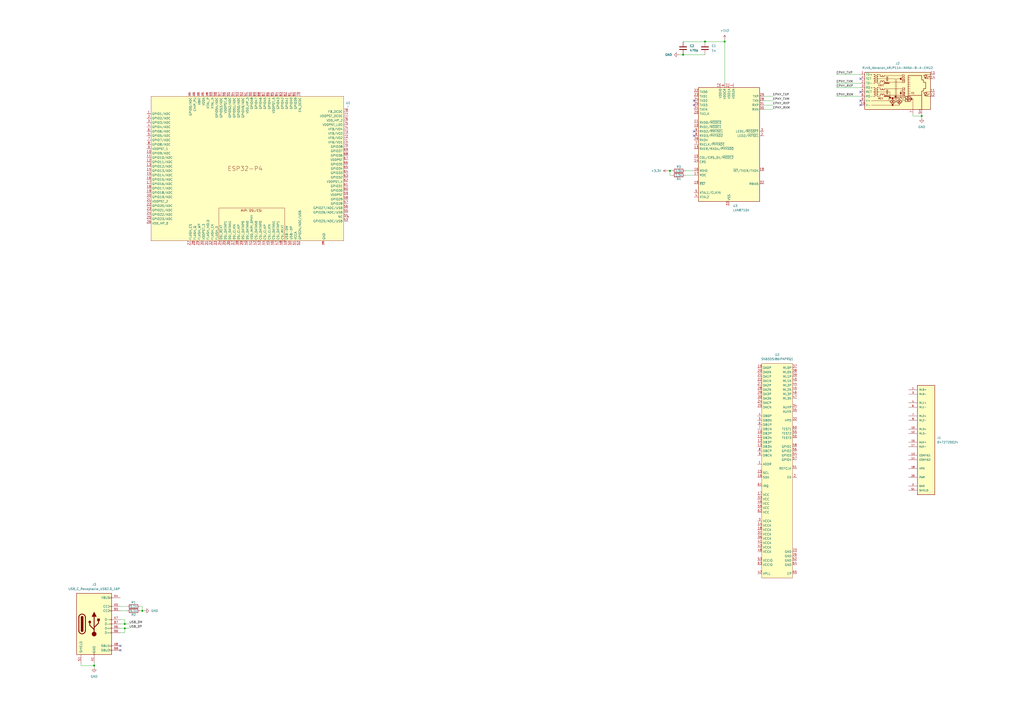
<source format=kicad_sch>
(kicad_sch (version 20231120) (generator "eeschema") (generator_version "8.0")
  (paper "A2")
  (lib_symbols
    (symbol "0472720024:0472720024" (pin_names (offset 1.016))
      (property "Reference" "J" (at -5.334 35.306 0))
      (property "Value" "0472720024" (at -5.842 32.512 0))
      (symbol "0472720024_0_0"
        (rectangle (start -5.08 31.75) (end 5.08 -31.75) (stroke (width 0.254)) (fill (type background)))
        (pin power_out line (at -10.16 -29.21 0) (length 5.08) (name "SHIELD") (number "S1"))
      )
      (symbol "0472720024_1_0"
        (pin input line (at -10.16 29.21 0) (length 5.08) (name "ML0+") (number "1"))
        (pin input line (at -10.16 6.35 0) (length 5.08) (name "ML3+") (number "10"))
        (pin power_out line (at -10.16 -26.67 0) (length 5.08) hide (name "GND") (number "11"))
        (pin input line (at -10.16 3.81 0) (length 5.08) (name "ML3-") (number "12"))
        (pin output line (at -10.16 -8.89 0) (length 5.08) (name "CONFIG1") (number "13"))
        (pin output line (at -10.16 -11.43 0) (length 5.08) (name "CONFIG2") (number "14"))
        (pin input line (at -10.16 -1.27 0) (length 5.08) (name "AUX+") (number "15"))
        (pin power_out line (at -10.16 -26.67 0) (length 5.08) hide (name "GND") (number "16"))
        (pin input line (at -10.16 -3.81 0) (length 5.08) (name "AUX-") (number "17"))
        (pin output line (at -10.16 -16.51 0) (length 5.08) (name "HPD") (number "18"))
        (pin power_out line (at -10.16 -26.67 0) (length 5.08) hide (name "GND") (number "19"))
        (pin power_out line (at -10.16 -26.67 0) (length 5.08) (name "GND") (number "2"))
        (pin power_in line (at -10.16 -21.59 0) (length 5.08) (name "PWR") (number "20"))
        (pin input line (at -10.16 26.67 0) (length 5.08) (name "ML0-") (number "3"))
        (pin input line (at -10.16 21.59 0) (length 5.08) (name "ML1+") (number "4"))
        (pin power_out line (at -10.16 -26.67 0) (length 5.08) hide (name "GND") (number "5"))
        (pin input line (at -10.16 19.05 0) (length 5.08) (name "ML1-") (number "6"))
        (pin input line (at -10.16 13.97 0) (length 5.08) (name "ML2+") (number "7"))
        (pin power_out line (at -10.16 -26.67 0) (length 5.08) hide (name "GND") (number "8"))
        (pin input line (at -10.16 11.43 0) (length 5.08) (name "ML2-") (number "9"))
        (pin power_out line (at -10.16 -29.21 0) (length 5.08) hide (name "SHIELD") (number "S2"))
        (pin power_out line (at -10.16 -29.21 0) (length 5.08) hide (name "SHIELD") (number "S3"))
        (pin power_out line (at -10.16 -29.21 0) (length 5.08) hide (name "SHIELD") (number "S4"))
      )
    )
    (symbol "Connector:RJ45_Abracon_ARJP11A-MASA-B-A-EMU2"
      (property "Reference" "J" (at 18.415 12.7 0))
      (property "Value" "RJ45_Abracon_ARJP11A-MASA-B-A-EMU2" (at -4.445 12.7 0))
      (symbol "RJ45_Abracon_ARJP11A-MASA-B-A-EMU2_0_0"
        (circle (center -3.175 -3.175) (radius 0.0001) (stroke (width 0.508)))
        (circle (center -1.651 -7.62) (radius 0.0001) (stroke (width 0.508)))
        (circle (center -1.651 -3.683) (radius 0.0001) (stroke (width 0.508)))
        (circle (center 0 -2.667) (radius 0.0001) (stroke (width 0.508)))
        (polyline (pts (xy -5.08 1.27) (xy -5.08 -1.27)) (stroke (width 0.254)))
        (polyline (pts (xy -5.08 8.89) (xy -5.08 6.35)) (stroke (width 0.254)))
        (polyline (pts (xy -4.445 1.27) (xy -4.445 -1.27)) (stroke (width 0.254)))
        (polyline (pts (xy -4.445 8.89) (xy -4.445 6.35)) (stroke (width 0.254)))
        (polyline (pts (xy 9.271 -4.064) (xy 10.16 -4.064)))
        (polyline (pts (xy 17.399 -0.508) (xy 17.399 0) (xy 20.32 0)))
        (polyline (pts (xy 17.399 9.652) (xy 17.399 10.16) (xy 20.32 10.16)))
        (polyline (pts (xy 20.32 -2.54) (xy 17.399 -2.54) (xy 17.399 -2.032)))
        (polyline (pts (xy 20.32 7.62) (xy 17.399 7.62) (xy 17.399 8.128)))
        (polyline (pts (xy 3.683 0.635) (xy 3.048 0.635) (xy 3.048 -0.635) (xy 3.683 -0.635)))
        (polyline (pts (xy 3.683 8.255) (xy 3.048 8.255) (xy 3.048 6.985) (xy 3.683 6.985)))
        (polyline (pts (xy 8.636 -4.953) (xy 9.271 -4.953) (xy 9.271 -3.048) (xy 8.636 -3.048)))
        (circle (center 3.048 -0.635) (radius 0.0001) (stroke (width 0.508)))
        (circle (center 3.048 7.62) (radius 0.0001) (stroke (width 0.508)))
        (circle (center 9.271 -4.064) (radius 0.0001) (stroke (width 0.508)))
        (text "C1" (at 4.699 9.525 0) (effects (font (size 0.889 0.889))))
        (text "C1" (at 10.16 -0.635 0) (effects (font (size 0.889 0.889))))
        (text "C2" (at 4.699 5.715 0) (effects (font (size 0.889 0.889))))
        (text "C3" (at 4.699 1.905 0) (effects (font (size 0.889 0.889))))
        (text "C4" (at 4.699 8.255 0) (effects (font (size 0.889 0.889))))
        (text "C5" (at 4.699 6.985 0) (effects (font (size 0.889 0.889))))
        (text "C6" (at 4.699 -1.905 0) (effects (font (size 0.889 0.889))))
        (text "C7" (at 4.699 0.635 0) (effects (font (size 0.889 0.889))))
        (text "C8" (at 4.699 -0.635 0) (effects (font (size 0.889 0.889))))
        (text "RCV" (at -10.16 -3.81 0) (effects (font (size 1.016 1.016)) (justify left)))
        (text "XMIT" (at -10.16 3.81 0) (effects (font (size 1.016 1.016)) (justify left)))
      )
      (symbol "RJ45_Abracon_ARJP11A-MASA-B-A-EMU2_0_1"
        (rectangle (start -17.78 11.43) (end 20.32 -10.16) (stroke (width 0.254)) (fill (type background)))
        (polyline (pts (xy -12.3163 -2.54) (xy -12.9513 -2.54)))
        (polyline (pts (xy -12.3163 0) (xy -12.9513 0)))
        (polyline (pts (xy -12.3163 2.54) (xy -12.9513 2.54)))
        (polyline (pts (xy -12.3163 5.08) (xy -12.9513 5.08)))
        (polyline (pts (xy -12.3163 7.62) (xy -12.9513 7.62)))
        (polyline (pts (xy -12.3163 10.16) (xy -12.9513 10.16)))
        (polyline (pts (xy -6.35 -1.905) (xy 3.683 -1.905)))
        (polyline (pts (xy -6.35 5.715) (xy 3.683 5.715)))
        (polyline (pts (xy -6.35 9.525) (xy 3.683 9.525)))
        (polyline (pts (xy -6.223 1.905) (xy 3.683 1.905)))
        (polyline (pts (xy -5.08 0) (xy -10.16 0)))
        (polyline (pts (xy -5.08 7.62) (xy -10.16 7.62)))
        (polyline (pts (xy 7.366 0.508) (xy 8.636 0.508)))
        (polyline (pts (xy 7.366 1.778) (xy 8.636 1.778)))
        (polyline (pts (xy 7.366 3.175) (xy 8.636 3.175)))
        (polyline (pts (xy 7.366 4.445) (xy 8.636 4.445)))
        (polyline (pts (xy 7.366 5.715) (xy 8.636 5.715)))
        (polyline (pts (xy 8.636 -0.762) (xy 7.366 -0.762)))
        (polyline (pts (xy 8.636 6.985) (xy 7.366 6.985)))
        (polyline (pts (xy 8.636 8.255) (xy 7.366 8.255)))
        (polyline (pts (xy -10.16 2.54) (xy -8.89 2.54) (xy -8.89 1.905)))
        (polyline (pts (xy -10.16 10.16) (xy -8.89 10.16) (xy -8.89 9.525)))
        (polyline (pts (xy -8.89 -1.905) (xy -8.89 -2.54) (xy -10.16 -2.54)))
        (polyline (pts (xy -8.89 5.715) (xy -8.89 5.08) (xy -10.16 5.08)))
        (polyline (pts (xy -4.445 0) (xy -3.175 0) (xy -3.175 -5.715)))
        (polyline (pts (xy -4.445 7.62) (xy 0 7.62) (xy 0 -5.715)))
      )
      (symbol "RJ45_Abracon_ARJP11A-MASA-B-A-EMU2_1_0"
        (text "1000pF" (at -5.08 -2.54 0) (effects (font (size 0.635 0.635))))
        (text "1000pF" (at -5.08 5.08 0) (effects (font (size 0.635 0.635))))
      )
      (symbol "RJ45_Abracon_ARJP11A-MASA-B-A-EMU2_1_1"
        (arc (start -12.3163 1.27) (mid -11.684 1.905) (end -12.3163 2.54) (stroke (width 0.254)))
        (arc (start -12.3136 -2.54) (mid -11.6813 -1.905) (end -12.3136 -1.27) (stroke (width 0.254)))
        (arc (start -12.3136 -1.27) (mid -11.6813 -0.635) (end -12.3136 0) (stroke (width 0.254)))
        (arc (start -12.3136 0) (mid -11.6813 0.635) (end -12.3136 1.27) (stroke (width 0.254)))
        (arc (start -12.3136 8.89) (mid -11.6813 9.525) (end -12.3136 10.16) (stroke (width 0.254)))
        (arc (start -12.3109 5.08) (mid -11.6786 5.715) (end -12.3109 6.35) (stroke (width 0.254)))
        (arc (start -12.3109 6.35) (mid -11.6786 6.985) (end -12.3109 7.62) (stroke (width 0.254)))
        (arc (start -12.3109 7.62) (mid -11.6786 8.255) (end -12.3109 8.89) (stroke (width 0.254)))
        (arc (start -10.1654 0) (mid -10.7977 -0.635) (end -10.1654 -1.27) (stroke (width 0.254)))
        (arc (start -10.1654 1.27) (mid -10.7977 0.635) (end -10.1654 0) (stroke (width 0.254)))
        (arc (start -10.1654 2.54) (mid -10.7977 1.905) (end -10.1654 1.27) (stroke (width 0.254)))
        (arc (start -10.1654 7.62) (mid -10.7977 6.985) (end -10.1654 6.35) (stroke (width 0.254)))
        (arc (start -10.1654 8.89) (mid -10.7977 8.255) (end -10.1654 7.62) (stroke (width 0.254)))
        (arc (start -10.1654 10.16) (mid -10.7977 9.525) (end -10.1654 8.89) (stroke (width 0.254)))
        (arc (start -10.1627 -1.27) (mid -10.795 -1.905) (end -10.1627 -2.54) (stroke (width 0.254)))
        (arc (start -10.1627 6.35) (mid -10.795 5.715) (end -10.1627 5.08) (stroke (width 0.254)))
        (arc (start -8.89 9.5223) (mid -8.255 8.89) (end -7.62 9.5223) (stroke (width 0.254)))
        (arc (start -8.8265 1.8388) (mid -8.1915 1.2065) (end -7.5565 1.8388) (stroke (width 0.254)))
        (arc (start -7.62 -1.7753) (mid -8.255 -1.143) (end -8.89 -1.7753) (stroke (width 0.254)))
        (arc (start -7.62 5.8447) (mid -8.255 6.477) (end -8.89 5.8447) (stroke (width 0.254)))
        (arc (start -7.62 9.525) (mid -6.985 8.8927) (end -6.35 9.525) (stroke (width 0.254)))
        (arc (start -7.5565 1.8415) (mid -6.9215 1.2092) (end -6.2865 1.8415) (stroke (width 0.254)))
        (arc (start -6.35 -1.7726) (mid -6.985 -1.1403) (end -7.62 -1.7726) (stroke (width 0.254)))
        (arc (start -6.35 5.8474) (mid -6.985 6.4797) (end -7.62 5.8474) (stroke (width 0.254)))
        (polyline (pts (xy -13.97 -7.62) (xy 2.286 -7.62)))
        (polyline (pts (xy -13.97 -5.08) (xy -3.81 -5.08)))
        (polyline (pts (xy -2.159 -5.207) (xy -1.016 -5.207)) (stroke (width 0.254)))
        (polyline (pts (xy -1.651 -7.239) (xy -1.651 -7.493)))
        (polyline (pts (xy 1.651 -5.207) (xy 2.794 -5.207)) (stroke (width 0.254)))
        (polyline (pts (xy 2.286 -7.112) (xy 2.286 -7.62)))
        (polyline (pts (xy 10.16 -4.064) (xy 10.16 -10.16)))
        (polyline (pts (xy 15.24 -10.16) (xy 15.24 -2.032)) (stroke (width 0.254)))
        (polyline (pts (xy 18.161 -2.032) (xy 16.637 -2.032)) (stroke (width 0.254)))
        (polyline (pts (xy 18.161 8.128) (xy 16.637 8.128)) (stroke (width 0.254)))
        (polyline (pts (xy 18.796 -2.159) (xy 18.796 -1.905)))
        (polyline (pts (xy 18.796 8.001) (xy 18.796 8.255)))
        (polyline (pts (xy 19.05 -1.524) (xy 19.05 -1.27)))
        (polyline (pts (xy 19.05 8.636) (xy 19.05 8.89)))
        (polyline (pts (xy -3.81 -5.08) (xy -3.81 -3.683) (xy -1.651 -3.683)))
        (polyline (pts (xy -1.905 -3.683) (xy -1.651 -3.683) (xy -1.651 -4.191)))
        (polyline (pts (xy -1.651 -3.683) (xy 2.286 -3.683) (xy 2.286 -4.064)))
        (polyline (pts (xy 3.048 7.62) (xy 0.635 7.62) (xy 0.635 -5.588)))
        (polyline (pts (xy 18.288 -1.651) (xy 18.796 -2.159) (xy 18.542 -2.159)))
        (polyline (pts (xy 18.288 8.509) (xy 18.796 8.001) (xy 18.542 8.001)))
        (polyline (pts (xy 18.542 -1.016) (xy 19.05 -1.524) (xy 18.796 -1.524)))
        (polyline (pts (xy 18.542 9.144) (xy 19.05 8.636) (xy 18.796 8.636)))
        (polyline (pts (xy -2.159 -6.223) (xy -1.016 -6.223) (xy -1.651 -5.207) (xy -2.159 -6.223)) (stroke (width 0.254)))
        (polyline (pts (xy 1.651 -6.223) (xy 2.794 -6.223) (xy 2.159 -5.207) (xy 1.651 -6.223)) (stroke (width 0.254)))
        (polyline (pts (xy 3.048 -0.508) (xy 3.048 -3.683) (xy 3.81 -3.683) (xy 3.81 -5.715)))
        (polyline (pts (xy 5.715 -4.953) (xy 4.572 -4.953) (xy 4.572 -3.175) (xy -3.175 -3.175)))
        (polyline (pts (xy 5.715 -3.175) (xy 5.08 -3.175) (xy 5.08 -2.667) (xy 0 -2.667)))
        (polyline (pts (xy 18.288 -0.508) (xy 16.383 -0.508) (xy 17.399 -2.032) (xy 18.288 -0.508)) (stroke (width 0.254)))
        (polyline (pts (xy 18.288 9.652) (xy 16.383 9.652) (xy 17.399 8.128) (xy 18.288 9.652)) (stroke (width 0.254)))
        (polyline (pts (xy -1.651 -4.191) (xy -3.175 -5.715) (xy -1.651 -7.239) (xy 0 -5.715) (xy -1.651 -4.191)) (stroke (width 0.254)))
        (polyline (pts (xy 2.286 -4.064) (xy 0.635 -5.588) (xy 2.286 -7.112) (xy 3.81 -5.715) (xy 2.286 -4.064)) (stroke (width 0.254)))
        (polyline (pts (xy 7.366 -2.032) (xy 7.366 9.525) (xy 15.24 9.525) (xy 15.24 6.985) (xy 16.256 6.985) (xy 16.256 5.588) (xy 17.526 5.588) (xy 17.526 1.905) (xy 16.256 1.905) (xy 16.256 0.508) (xy 15.24 0.508) (xy 15.24 -2.032) (xy 7.366 -2.032)) (stroke (width 0.254)))
        (rectangle (start 8.509 -5.588) (end 5.715 -4.318) (stroke (width 0.254)))
        (rectangle (start 8.509 -3.81) (end 5.715 -2.54) (stroke (width 0.254)))
        (text "75" (at 7.112 -4.953 0) (effects (font (size 0.635 0.635))))
        (text "75" (at 7.112 -3.175 0) (effects (font (size 0.635 0.635))))
        (text "G" (at 19.685 8.89 0) (effects (font (size 0.635 0.635))))
        (text "Y" (at 19.558 -1.27 0) (effects (font (size 0.635 0.635))))
        (pin passive line (at -20.32 10.16 0) (length 2.54) (name "TD+") (number "1"))
        (pin power_out line (at -20.32 -7.62 0) (length 2.54) (name "V-") (number "10"))
        (pin passive line (at 22.86 0 180) (length 2.54) (name "") (number "11"))
        (pin passive line (at 22.86 -2.54 180) (length 2.54) (name "") (number "12"))
        (pin passive line (at 22.86 10.16 180) (length 2.54) (name "") (number "13"))
        (pin passive line (at 22.86 7.62 180) (length 2.54) (name "") (number "14"))
        (pin passive line (at -20.32 5.08 0) (length 2.54) (name "TD-") (number "2"))
        (pin passive line (at -20.32 2.54 0) (length 2.54) (name "RD+") (number "3"))
        (pin passive line (at -20.32 7.62 0) (length 2.54) (name "TCT") (number "4"))
        (pin passive line (at -20.32 0 0) (length 2.54) (name "RCT") (number "5"))
        (pin passive line (at -20.32 -2.54 0) (length 2.54) (name "RD-") (number "6"))
        (pin power_in line (at 10.16 -12.7 90) (length 2.54) (name "") (number "7"))
        (pin no_connect line (at 20.32 5.08 0) (length 0) hide (name "NC") (number "8"))
        (pin power_out line (at -20.32 -5.08 0) (length 2.54) (name "V+") (number "9"))
        (pin passive line (at 15.24 -12.7 90) (length 2.54) (name "") (number "SH"))
      )
    )
    (symbol "Connector:USB_C_Receptacle_USB2.0_16P" (pin_names (offset 1.016))
      (property "Reference" "J" (at 0 22.225 0))
      (property "Value" "USB_C_Receptacle_USB2.0_16P" (at 0 19.685 0))
      (symbol "USB_C_Receptacle_USB2.0_16P_0_0"
        (rectangle (start -0.254 -17.78) (end 0.254 -16.764))
        (rectangle (start 10.16 -14.986) (end 9.144 -15.494))
        (rectangle (start 10.16 -12.446) (end 9.144 -12.954))
        (rectangle (start 10.16 -4.826) (end 9.144 -5.334))
        (rectangle (start 10.16 -2.286) (end 9.144 -2.794))
        (rectangle (start 10.16 0.254) (end 9.144 -0.254))
        (rectangle (start 10.16 2.794) (end 9.144 2.286))
        (rectangle (start 10.16 7.874) (end 9.144 7.366))
        (rectangle (start 10.16 10.414) (end 9.144 9.906))
        (rectangle (start 10.16 15.494) (end 9.144 14.986))
      )
      (symbol "USB_C_Receptacle_USB2.0_16P_0_1"
        (rectangle (start -10.16 17.78) (end 10.16 -17.78) (stroke (width 0.254)) (fill (type background)))
        (arc (start -8.89 -3.81) (mid -6.985 -5.7067) (end -5.08 -3.81) (stroke (width 0.508)))
        (arc (start -7.62 -3.81) (mid -6.985 -4.4423) (end -6.35 -3.81) (stroke (width 0.254)))
        (arc (start -7.62 -3.81) (mid -6.985 -4.4423) (end -6.35 -3.81) (stroke (width 0.254)) (fill (type outline)))
        (rectangle (start -7.62 -3.81) (end -6.35 3.81) (stroke (width 0.254)) (fill (type outline)))
        (arc (start -6.35 3.81) (mid -6.985 4.4423) (end -7.62 3.81) (stroke (width 0.254)))
        (arc (start -6.35 3.81) (mid -6.985 4.4423) (end -7.62 3.81) (stroke (width 0.254)) (fill (type outline)))
        (arc (start -5.08 3.81) (mid -6.985 5.7067) (end -8.89 3.81) (stroke (width 0.508)))
        (circle (center -2.54 1.143) (radius 0.635) (stroke (width 0.254)) (fill (type outline)))
        (circle (center 0 -5.842) (radius 1.27) (fill (type outline)))
        (polyline (pts (xy -8.89 -3.81) (xy -8.89 3.81)) (stroke (width 0.508)))
        (polyline (pts (xy -5.08 3.81) (xy -5.08 -3.81)) (stroke (width 0.508)))
        (polyline (pts (xy 0 -5.842) (xy 0 4.318)) (stroke (width 0.508)))
        (polyline (pts (xy 0 -3.302) (xy -2.54 -0.762) (xy -2.54 0.508)) (stroke (width 0.508)))
        (polyline (pts (xy 0 -2.032) (xy 2.54 0.508) (xy 2.54 1.778)) (stroke (width 0.508)))
        (polyline (pts (xy -1.27 4.318) (xy 0 6.858) (xy 1.27 4.318) (xy -1.27 4.318)) (stroke (width 0.254)) (fill (type outline)))
        (rectangle (start 1.905 1.778) (end 3.175 3.048) (stroke (width 0.254)) (fill (type outline)))
      )
      (symbol "USB_C_Receptacle_USB2.0_16P_1_1"
        (pin passive line (at 0 -22.86 90) (length 5.08) (name "GND") (number "A1"))
        (pin passive line (at 0 -22.86 90) (length 5.08) hide (name "GND") (number "A12"))
        (pin passive line (at 15.24 15.24 180) (length 5.08) (name "VBUS") (number "A4"))
        (pin bidirectional line (at 15.24 10.16 180) (length 5.08) (name "CC1") (number "A5"))
        (pin bidirectional line (at 15.24 -2.54 180) (length 5.08) (name "D+") (number "A6"))
        (pin bidirectional line (at 15.24 2.54 180) (length 5.08) (name "D-") (number "A7"))
        (pin bidirectional line (at 15.24 -12.7 180) (length 5.08) (name "SBU1") (number "A8"))
        (pin passive line (at 15.24 15.24 180) (length 5.08) hide (name "VBUS") (number "A9"))
        (pin passive line (at 0 -22.86 90) (length 5.08) hide (name "GND") (number "B1"))
        (pin passive line (at 0 -22.86 90) (length 5.08) hide (name "GND") (number "B12"))
        (pin passive line (at 15.24 15.24 180) (length 5.08) hide (name "VBUS") (number "B4"))
        (pin bidirectional line (at 15.24 7.62 180) (length 5.08) (name "CC2") (number "B5"))
        (pin bidirectional line (at 15.24 -5.08 180) (length 5.08) (name "D+") (number "B6"))
        (pin bidirectional line (at 15.24 0 180) (length 5.08) (name "D-") (number "B7"))
        (pin bidirectional line (at 15.24 -15.24 180) (length 5.08) (name "SBU2") (number "B8"))
        (pin passive line (at 15.24 15.24 180) (length 5.08) hide (name "VBUS") (number "B9"))
        (pin passive line (at -7.62 -22.86 90) (length 5.08) (name "SHIELD") (number "S1"))
      )
    )
    (symbol "Device:C" (pin_numbers hide) (pin_names (offset 0.254))
      (property "Reference" "C" (at 0.635 2.54 0))
      (property "Value" "C" (at 0.635 -2.54 0))
      (symbol "C_0_1"
        (polyline (pts (xy -2.032 -0.762) (xy 2.032 -0.762)) (stroke (width 0.508)))
        (polyline (pts (xy -2.032 0.762) (xy 2.032 0.762)) (stroke (width 0.508)))
      )
      (symbol "C_1_1"
        (pin passive line (at 0 3.81 270) (length 2.794) (name "~") (number "1"))
        (pin passive line (at 0 -3.81 90) (length 2.794) (name "~") (number "2"))
      )
    )
    (symbol "Device:R" (pin_numbers hide) (pin_names (offset 0))
      (property "Reference" "R" (at 2.032 0 90))
      (property "Value" "R" (at 0 0 90))
      (symbol "R_0_1"
        (rectangle (start -1.016 -2.54) (end 1.016 2.54) (stroke (width 0.254)))
      )
      (symbol "R_1_1"
        (pin passive line (at 0 3.81 270) (length 1.27) (name "~") (number "1"))
        (pin passive line (at 0 -3.81 90) (length 1.27) (name "~") (number "2"))
      )
    )
    (symbol "Interface_Ethernet:LAN8710A"
      (property "Reference" "U" (at -13.97 34.29 0))
      (property "Value" "LAN8710A" (at 17.78 34.29 0))
      (symbol "LAN8710A_0_1"
        (rectangle (start -17.78 33.02) (end 17.78 -33.02) (stroke (width 0.254)) (fill (type background)))
      )
      (symbol "LAN8710A_1_1"
        (pin power_in line (at 2.54 35.56 270) (length 2.54) (name "VDD2A") (number "1"))
        (pin bidirectional line (at -20.32 10.16 0) (length 2.54) (name "RXD1/~{MODE1}") (number "10"))
        (pin bidirectional line (at -20.32 12.7 0) (length 2.54) (name "RXD0/~{MODE0}") (number "11"))
        (pin power_in line (at -5.08 35.56 270) (length 2.54) (name "VDDIO") (number "12"))
        (pin bidirectional line (at -20.32 -2.54 0) (length 2.54) (name "RXER/RXD4/~{PHYAD0}") (number "13"))
        (pin output line (at -20.32 -10.16 0) (length 2.54) (name "CRS") (number "14"))
        (pin bidirectional line (at -20.32 -7.62 0) (length 2.54) (name "COL/CRS_DV/~{MODE2}") (number "15"))
        (pin bidirectional line (at -20.32 -15.24 0) (length 2.54) (name "MDIO") (number "16"))
        (pin input line (at -20.32 -17.78 0) (length 2.54) (name "MDC") (number "17"))
        (pin bidirectional line (at 20.32 -15.24 180) (length 2.54) (name "~{INT}/TXER/TXD4") (number "18"))
        (pin input line (at -20.32 -22.86 0) (length 2.54) (name "~{RST}") (number "19"))
        (pin bidirectional line (at 20.32 5.08 180) (length 2.54) (name "LED2/~{INTSEL}") (number "2"))
        (pin output line (at -20.32 17.78 0) (length 2.54) (name "TXCLK") (number "20"))
        (pin input line (at -20.32 20.32 0) (length 2.54) (name "TXEN") (number "21"))
        (pin input line (at -20.32 30.48 0) (length 2.54) (name "TXD0") (number "22"))
        (pin input line (at -20.32 27.94 0) (length 2.54) (name "TXD1") (number "23"))
        (pin input line (at -20.32 25.4 0) (length 2.54) (name "TXD2") (number "24"))
        (pin input line (at -20.32 22.86 0) (length 2.54) (name "TXD3") (number "25"))
        (pin output line (at -20.32 2.54 0) (length 2.54) (name "RXDV") (number "26"))
        (pin power_in line (at 0 35.56 270) (length 2.54) (name "VDD1A") (number "27"))
        (pin bidirectional line (at 20.32 25.4 180) (length 2.54) (name "TXN") (number "28"))
        (pin bidirectional line (at 20.32 27.94 180) (length 2.54) (name "TXP") (number "29"))
        (pin bidirectional line (at 20.32 7.62 180) (length 2.54) (name "LED1/~{REGOFF}") (number "3"))
        (pin bidirectional line (at 20.32 20.32 180) (length 2.54) (name "RXN") (number "30"))
        (pin bidirectional line (at 20.32 22.86 180) (length 2.54) (name "RXP") (number "31"))
        (pin passive line (at 20.32 -22.86 180) (length 2.54) (name "RBIAS") (number "32"))
        (pin power_in line (at 0 -35.56 90) (length 2.54) (name "VSS") (number "33"))
        (pin output line (at -20.32 -30.48 0) (length 2.54) (name "XTAL2") (number "4"))
        (pin input line (at -20.32 -27.94 0) (length 2.54) (name "XTAL1/CLKIN") (number "5"))
        (pin power_in line (at -2.54 35.56 270) (length 2.54) (name "VDDCR") (number "6"))
        (pin bidirectional line (at -20.32 0 0) (length 2.54) (name "RXCLK/~{PHYAD1}") (number "7"))
        (pin bidirectional line (at -20.32 5.08 0) (length 2.54) (name "RXD3/~{PHYAD2}") (number "8"))
        (pin bidirectional line (at -20.32 7.62 0) (length 2.54) (name "RXD2/~{RMIISEL}") (number "9"))
      )
    )
    (symbol "PCM_Espressif:ESP32-P4"
      (property "Reference" "U" (at -54.61 43.688 0))
      (symbol "ESP32-P4_1_0"
        (pin bidirectional line (at -57.15 8.89 0) (length 2.54) (name "GPIO9/ADC") (number "10"))
        (pin bidirectional line (at -21.59 44.45 270) (length 2.54) (name "XTAL_P") (number "100"))
        (pin bidirectional line (at -24.13 44.45 270) (length 2.54) (name "VDDA") (number "101"))
        (pin bidirectional line (at -26.67 44.45 270) (length 2.54) (name "VBAT") (number "102"))
        (pin input line (at -29.21 44.45 270) (length 2.54) (name "CHIP_PU") (number "103"))
        (pin bidirectional line (at -31.75 44.45 270) (length 2.54) (name "GPIO0/ADC") (number "104"))
        (pin power_in line (at 45.72 -44.45 90) (length 2.54) (name "GND") (number "105"))
        (pin bidirectional line (at -57.15 6.35 0) (length 2.54) (name "GPIO10/ADC") (number "11"))
        (pin bidirectional line (at -57.15 3.81 0) (length 2.54) (name "GPIO11/ADC") (number "12"))
        (pin bidirectional line (at -57.15 1.27 0) (length 2.54) (name "GPIO12/ADC") (number "13"))
        (pin bidirectional line (at -57.15 -1.27 0) (length 2.54) (name "GPIO13/ADC") (number "14"))
        (pin bidirectional line (at -57.15 -3.81 0) (length 2.54) (name "GPIO14/ADC") (number "15"))
        (pin bidirectional line (at -57.15 -6.35 0) (length 2.54) (name "GPIO15/ADC") (number "16"))
        (pin bidirectional line (at -57.15 -8.89 0) (length 2.54) (name "GPIO16/ADC") (number "17"))
        (pin bidirectional line (at -57.15 -11.43 0) (length 2.54) (name "GPIO17/ADC") (number "18"))
        (pin bidirectional line (at -57.15 -13.97 0) (length 2.54) (name "GPIO18/ADC") (number "19"))
        (pin bidirectional line (at -57.15 -16.51 0) (length 2.54) (name "GPIO19/ADC") (number "20"))
        (pin power_in line (at -57.15 -19.05 0) (length 2.54) (name "VDDPST_2") (number "21"))
        (pin bidirectional line (at -57.15 -21.59 0) (length 2.54) (name "GPIO20/ADC") (number "22"))
        (pin bidirectional line (at -57.15 -24.13 0) (length 2.54) (name "GPIO21/ADC") (number "23"))
        (pin bidirectional line (at -57.15 -26.67 0) (length 2.54) (name "GPIO22/ADC") (number "24"))
        (pin bidirectional line (at -57.15 -29.21 0) (length 2.54) (name "GPIO23/ADC") (number "25"))
        (pin power_in line (at -57.15 -31.75 0) (length 2.54) (name "VDD_HP_0") (number "26"))
        (pin bidirectional line (at -31.75 -44.45 90) (length 2.54) (name "FLASH_CS") (number "27"))
        (pin bidirectional line (at -29.21 -44.45 90) (length 2.54) (name "FLASH_Q") (number "28"))
        (pin bidirectional line (at -26.67 -44.45 90) (length 2.54) (name "FLASH_WP") (number "29"))
        (pin power_in line (at -24.13 -44.45 90) (length 2.54) (name "VDDPST_3") (number "30"))
        (pin bidirectional line (at -21.59 -44.45 90) (length 2.54) (name "FLASH_HOLD") (number "31"))
        (pin bidirectional line (at -19.05 -44.45 90) (length 2.54) (name "FLASH_CK") (number "32"))
        (pin bidirectional line (at -16.51 -44.45 90) (length 2.54) (name "FLASH_D") (number "33"))
        (pin bidirectional line (at -13.97 -44.45 90) (length 2.54) (name "DSI_REXT") (number "34"))
        (pin bidirectional line (at -11.43 -44.45 90) (length 2.54) (name "DSI_DATAP1") (number "35"))
        (pin bidirectional line (at -8.89 -44.45 90) (length 2.54) (name "DSI_DATAN1") (number "36"))
        (pin bidirectional line (at -6.35 -44.45 90) (length 2.54) (name "DSI_CLKN") (number "37"))
        (pin bidirectional line (at -3.81 -44.45 90) (length 2.54) (name "DSI_CLKP") (number "38"))
        (pin bidirectional line (at -1.27 -44.45 90) (length 2.54) (name "DSI_DATAP0") (number "39"))
        (pin bidirectional line (at 1.27 -44.45 90) (length 2.54) (name "DSI_DATAN0") (number "40"))
        (pin power_in line (at 3.81 -44.45 90) (length 2.54) (name "VDD_MIPI_DPHY") (number "41"))
        (pin bidirectional line (at 6.35 -44.45 90) (length 2.54) (name "CSI_DATAN0") (number "42"))
        (pin bidirectional line (at 8.89 -44.45 90) (length 2.54) (name "CSI_DATAP0") (number "43"))
        (pin bidirectional line (at 11.43 -44.45 90) (length 2.54) (name "CSI_CLKP") (number "44"))
        (pin bidirectional line (at 13.97 -44.45 90) (length 2.54) (name "CSI_CLKN") (number "45"))
        (pin bidirectional line (at 16.51 -44.45 90) (length 2.54) (name "CSI_DATAN1") (number "46"))
        (pin bidirectional line (at 19.05 -44.45 90) (length 2.54) (name "CSI_DATAP1") (number "47"))
        (pin bidirectional line (at 21.59 -44.45 90) (length 2.54) (name "CSI_REXT") (number "48"))
        (pin bidirectional line (at 24.13 -44.45 90) (length 2.54) (name "USB-DM") (number "49"))
        (pin bidirectional line (at 26.67 -44.45 90) (length 2.54) (name "USB-DP") (number "50"))
        (pin power_in line (at 29.21 -44.45 90) (length 2.54) (name "VCCA") (number "51"))
        (pin bidirectional line (at 31.75 -44.45 90) (length 2.54) (name "GPIO24/ADC/USB") (number "52"))
        (pin bidirectional line (at 59.69 -30.48 180) (length 2.54) (name "GPIO25/ADC/USB") (number "53"))
        (pin no_connect line (at 59.69 -27.94 180) (length 2.54) (name "NC") (number "54"))
        (pin bidirectional line (at 59.69 -25.4 180) (length 2.54) (name "GPIO26/ADC/USB") (number "55"))
        (pin bidirectional line (at 59.69 -22.86 180) (length 2.54) (name "GPIO27/ADC/USB") (number "56"))
        (pin bidirectional line (at 59.69 -20.32 180) (length 2.54) (name "GPIO28") (number "57"))
        (pin bidirectional line (at 59.69 -17.78 180) (length 2.54) (name "GPIO29") (number "58"))
        (pin power_in line (at 59.69 -15.24 180) (length 2.54) (name "VDDPST") (number "59"))
        (pin bidirectional line (at 59.69 -12.7 180) (length 2.54) (name "GPIO30") (number "60"))
        (pin bidirectional line (at 59.69 -10.16 180) (length 2.54) (name "GPIO31") (number "61"))
        (pin power_in line (at 59.69 -7.62 180) (length 2.54) (name "VDDPST_4") (number "62"))
        (pin bidirectional line (at 59.69 -5.08 180) (length 2.54) (name "GPIO32") (number "63"))
        (pin bidirectional line (at 59.69 -2.54 180) (length 2.54) (name "GPIO33") (number "64"))
        (pin bidirectional line (at 59.69 0 180) (length 2.54) (name "GPIO34") (number "65"))
        (pin bidirectional line (at 59.69 2.54 180) (length 2.54) (name "GPIO35") (number "66"))
        (pin power_in line (at 59.69 5.08 180) (length 2.54) (name "VDDPST") (number "67"))
        (pin bidirectional line (at 59.69 7.62 180) (length 2.54) (name "GPIO36") (number "68"))
        (pin bidirectional line (at 59.69 10.16 180) (length 2.54) (name "GPIO37") (number "69"))
        (pin bidirectional line (at 59.69 12.7 180) (length 2.54) (name "GPIO38") (number "70"))
        (pin power_in line (at 59.69 15.24 180) (length 2.54) (name "VFB/VO1") (number "71"))
        (pin power_in line (at 59.69 17.78 180) (length 2.54) (name "VFB/VO2") (number "72"))
        (pin power_in line (at 59.69 20.32 180) (length 2.54) (name "VFB/VO3") (number "73"))
        (pin power_in line (at 59.69 22.86 180) (length 2.54) (name "VFB/VO4") (number "74"))
        (pin power_in line (at 59.69 25.4 180) (length 2.54) (name "VDDPST_LDO") (number "75"))
        (pin power_in line (at 59.69 27.94 180) (length 2.54) (name "VDD_HP_2") (number "76"))
        (pin power_in line (at 59.69 30.48 180) (length 2.54) (name "VDDPST_DCDC") (number "77"))
        (pin bidirectional line (at 59.69 33.02 180) (length 2.54) (name "FB_DCDC") (number "78"))
        (pin output line (at 31.75 44.45 270) (length 2.54) (name "EN_DCDC") (number "79"))
        (pin bidirectional line (at 29.21 44.45 270) (length 2.54) (name "GPIO39") (number "80"))
        (pin bidirectional line (at 26.67 44.45 270) (length 2.54) (name "GPIO40") (number "81"))
        (pin bidirectional line (at 24.13 44.45 270) (length 2.54) (name "GPIO41") (number "82"))
        (pin bidirectional line (at 21.59 44.45 270) (length 2.54) (name "GPIO42") (number "83"))
        (pin bidirectional line (at 19.05 44.45 270) (length 2.54) (name "GPIO43") (number "84"))
        (pin power_in line (at 16.51 44.45 270) (length 2.54) (name "VDDPST_5") (number "85"))
        (pin bidirectional line (at 13.97 44.45 270) (length 2.54) (name "GPIO44") (number "86"))
        (pin bidirectional line (at 11.43 44.45 270) (length 2.54) (name "GPIO45") (number "87"))
        (pin bidirectional line (at 8.89 44.45 270) (length 2.54) (name "GPIO46") (number "88"))
        (pin bidirectional line (at 6.35 44.45 270) (length 2.54) (name "GPIO47") (number "89"))
        (pin bidirectional line (at 3.81 44.45 270) (length 2.54) (name "GPIO48") (number "90"))
        (pin power_in line (at 1.27 44.45 270) (length 2.54) (name "VDD_HP_3") (number "91"))
        (pin bidirectional line (at -1.27 44.45 270) (length 2.54) (name "GPIO49/ADC") (number "92"))
        (pin bidirectional line (at -3.81 44.45 270) (length 2.54) (name "GPIO50/ADC") (number "93"))
        (pin bidirectional line (at -6.35 44.45 270) (length 2.54) (name "GPIO51/ADC") (number "94"))
        (pin bidirectional line (at -8.89 44.45 270) (length 2.54) (name "GPIO52/ADC") (number "95"))
        (pin power_in line (at -11.43 44.45 270) (length 2.54) (name "VDDPST_6") (number "96"))
        (pin bidirectional line (at -13.97 44.45 270) (length 2.54) (name "GPIO53/ADC") (number "97"))
        (pin bidirectional line (at -16.51 44.45 270) (length 2.54) (name "GPIO54/ADC") (number "98"))
        (pin bidirectional line (at -19.05 44.45 270) (length 2.54) (name "XTAL_N") (number "99"))
      )
      (symbol "ESP32-P4_1_1"
        (rectangle (start -54.61 41.91) (end 57.15 -41.91) (fill (type background)))
        (rectangle (start -15.24 -22.86) (end 22.86 -41.91))
        (text "ESP32-P4" (at 0 0 0) (effects (font (size 2.54 2.54))))
        (text "MIPI DSI/CSI" (at 3.556 -24.384 0) (effects (font (size 1.27 1.27))))
        (pin bidirectional line (at -57.15 31.75 0) (length 2.54) (name "GPIO1/ADC") (number "1"))
        (pin bidirectional line (at -57.15 29.21 0) (length 2.54) (name "GPIO2/ADC") (number "2"))
        (pin bidirectional line (at -57.15 26.67 0) (length 2.54) (name "GPIO3/ADC") (number "3"))
        (pin bidirectional line (at -57.15 24.13 0) (length 2.54) (name "GPIO4/ADC") (number "4"))
        (pin bidirectional line (at -57.15 19.05 0) (length 2.54) (name "GPIO5/ADC") (number "5"))
        (pin bidirectional line (at -57.15 21.59 0) (length 2.54) (name "GPIO6/ADC") (number "6"))
        (pin bidirectional line (at -57.15 16.51 0) (length 2.54) (name "GPIO7/ADC") (number "7"))
        (pin bidirectional line (at -57.15 13.97 0) (length 2.54) (name "GPIO8/ADC") (number "8"))
        (pin power_in line (at -57.15 11.43 0) (length 2.54) (name "VDDPST_1") (number "9"))
      )
    )
    (symbol "SN65DSI86IPAPRQ1:SN65DSI86IPAPRQ1"
      (property "Reference" "U" (at 0 65.786 0))
      (property "Value" "SN65DSI86IPAPRQ1" (at 0 64.008 0))
      (symbol "SN65DSI86IPAPRQ1_1_1"
        (rectangle (start -8.89 62.23) (end 8.89 -62.23) (fill (type background)))
        (pin input line (at -11.43 3.81 0) (length 2.54) (name "ADDR") (number "1"))
        (pin input line (at -11.43 21.59 0) (length 2.54) (name "DB2P") (number "10"))
        (pin input line (at -11.43 19.05 0) (length 2.54) (name "DB2N") (number "11"))
        (pin input line (at -11.43 16.51 0) (length 2.54) (name "DB3P") (number "12"))
        (pin input line (at -11.43 13.97 0) (length 2.54) (name "DB3N") (number "13"))
        (pin input line (at -11.43 -31.75 0) (length 2.54) (name "VCCA") (number "14"))
        (pin input line (at -11.43 -1.27 0) (length 2.54) (name "SCL") (number "15"))
        (pin input line (at -11.43 -3.81 0) (length 2.54) (name "SDA") (number "16"))
        (pin input line (at -11.43 -13.97 0) (length 2.54) (name "VCC") (number "17"))
        (pin input line (at -11.43 -34.29 0) (length 2.54) (name "VCCA") (number "18"))
        (pin input line (at -11.43 59.69 0) (length 2.54) (name "DA0P") (number "19"))
        (pin input line (at 11.43 -3.81 180) (length 2.54) (name "EN") (number "2"))
        (pin input line (at -11.43 57.15 0) (length 2.54) (name "DA0N") (number "20"))
        (pin input line (at -11.43 54.61 0) (length 2.54) (name "DA1P") (number "21"))
        (pin input line (at -11.43 52.07 0) (length 2.54) (name "DA1N") (number "22"))
        (pin input line (at 11.43 -46.99 180) (length 2.54) (name "GND") (number "23"))
        (pin input line (at -11.43 39.37 0) (length 2.54) (name "DACP") (number "24"))
        (pin input line (at -11.43 36.83 0) (length 2.54) (name "DACN") (number "25"))
        (pin input line (at 11.43 -49.53 180) (length 2.54) (name "GND") (number "26"))
        (pin input line (at -11.43 49.53 0) (length 2.54) (name "DA2P") (number "27"))
        (pin input line (at -11.43 46.99 0) (length 2.54) (name "DA2N") (number "28"))
        (pin input line (at -11.43 44.45 0) (length 2.54) (name "DA3P") (number "29"))
        (pin input line (at -11.43 -29.21 0) (length 2.54) (name "VCCA") (number "3"))
        (pin input line (at -11.43 41.91 0) (length 2.54) (name "DA3N") (number "30"))
        (pin input line (at -11.43 -36.83 0) (length 2.54) (name "VCCA") (number "31"))
        (pin input line (at 11.43 29.21 180) (length 2.54) (name "HPD") (number "32"))
        (pin input line (at -11.43 -16.51 0) (length 2.54) (name "VCC") (number "33"))
        (pin input line (at 11.43 36.83 180) (length 2.54) (name "AUXP") (number "34"))
        (pin input line (at 11.43 34.29 180) (length 2.54) (name "AUXN") (number "35"))
        (pin input line (at -11.43 -39.37 0) (length 2.54) (name "VCCA") (number "36"))
        (pin input line (at 11.43 59.69 180) (length 2.54) (name "ML0P") (number "37"))
        (pin input line (at 11.43 57.15 180) (length 2.54) (name "ML0N") (number "38"))
        (pin input line (at 11.43 54.61 180) (length 2.54) (name "ML1P") (number "39"))
        (pin input line (at -11.43 31.75 0) (length 2.54) (name "DB0P") (number "4"))
        (pin input line (at 11.43 52.07 180) (length 2.54) (name "ML1N") (number "40"))
        (pin input line (at -11.43 -41.91 0) (length 2.54) (name "VCCA") (number "41"))
        (pin input line (at -11.43 -59.69 0) (length 2.54) (name "VPLL") (number "42"))
        (pin input line (at -11.43 -44.45 0) (length 2.54) (name "VCCA") (number "43"))
        (pin input line (at 11.43 49.53 180) (length 2.54) (name "ML2P") (number "44"))
        (pin input line (at 11.43 46.99 180) (length 2.54) (name "ML2N") (number "45"))
        (pin input line (at 11.43 44.45 180) (length 2.54) (name "ML3P") (number "46"))
        (pin input line (at 11.43 41.91 180) (length 2.54) (name "ML3N") (number "47"))
        (pin input line (at -11.43 -46.99 0) (length 2.54) (name "VCCA") (number "48"))
        (pin input line (at -11.43 -19.05 0) (length 2.54) (name "VCC") (number "49"))
        (pin input line (at -11.43 29.21 0) (length 2.54) (name "DB0N") (number "5"))
        (pin input line (at 11.43 19.05 180) (length 2.54) (name "TEST3") (number "50"))
        (pin input line (at 11.43 1.27 180) (length 2.54) (name "REFCLK") (number "51"))
        (pin input line (at 11.43 -52.07 180) (length 2.54) (name "GND") (number "52"))
        (pin input line (at -11.43 -52.07 0) (length 2.54) (name "VCCIO") (number "53"))
        (pin input line (at 11.43 8.89 180) (length 2.54) (name "GPIO3") (number "54"))
        (pin input line (at 11.43 21.59 180) (length 2.54) (name "TEST2") (number "55"))
        (pin input line (at 11.43 11.43 180) (length 2.54) (name "GPIO2") (number "56"))
        (pin input line (at 11.43 6.35 180) (length 2.54) (name "GPIO4") (number "57"))
        (pin input line (at 11.43 13.97 180) (length 2.54) (name "GPIO1") (number "58"))
        (pin input line (at -11.43 -21.59 0) (length 2.54) (name "VCC") (number "59"))
        (pin input line (at -11.43 26.67 0) (length 2.54) (name "DB1P") (number "6"))
        (pin input line (at 11.43 24.13 180) (length 2.54) (name "TEST1") (number "60"))
        (pin input line (at -11.43 -8.89 0) (length 2.54) (name "IRQ") (number "61"))
        (pin input line (at -11.43 -24.13 0) (length 2.54) (name "VCC") (number "62"))
        (pin input line (at -11.43 -54.61 0) (length 2.54) (name "VCCIO") (number "63"))
        (pin input line (at 11.43 -54.61 180) (length 2.54) (name "GND") (number "64"))
        (pin input line (at 11.43 -59.69 180) (length 2.54) (name "EP") (number "65"))
        (pin input line (at -11.43 24.13 0) (length 2.54) (name "DB1N") (number "7"))
        (pin input line (at -11.43 11.43 0) (length 2.54) (name "DBCP") (number "8"))
        (pin input line (at -11.43 8.89 0) (length 2.54) (name "DBCN") (number "9"))
      )
    )
    (symbol "power:+1V2" (power) (pin_numbers hide) (pin_names (offset 0) hide)
      (property "Value" "+1V2" (at 0 3.556 0))
      (symbol "+1V2_0_1"
        (polyline (pts (xy -0.762 1.27) (xy 0 2.54)))
        (polyline (pts (xy 0 0) (xy 0 2.54)))
        (polyline (pts (xy 0 2.54) (xy 0.762 1.27)))
      )
      (symbol "+1V2_1_1"
        (pin power_in line (at 0 0 90) (length 0) (name "~") (number "1"))
      )
    )
    (symbol "power:+3.3V" (power) (pin_numbers hide) (pin_names (offset 0) hide)
      (property "Value" "+3.3V" (at 0 3.556 0))
      (symbol "+3.3V_0_1"
        (polyline (pts (xy -0.762 1.27) (xy 0 2.54)))
        (polyline (pts (xy 0 0) (xy 0 2.54)))
        (polyline (pts (xy 0 2.54) (xy 0.762 1.27)))
      )
      (symbol "+3.3V_1_1"
        (pin power_in line (at 0 0 90) (length 0) (name "~") (number "1"))
      )
    )
    (symbol "power:GND" (power) (pin_numbers hide) (pin_names (offset 0) hide)
      (property "Value" "GND" (at 0 -3.81 0))
      (symbol "GND_0_1"
        (polyline (pts (xy 0 0) (xy 0 -1.27) (xy 1.27 -1.27) (xy 0 -2.54) (xy -1.27 -1.27) (xy 0 -1.27)))
      )
      (symbol "GND_1_1"
        (pin power_in line (at 0 0 270) (length 0) (name "~") (number "1"))
      )
    )
  )
  (junction (at 54.61 386.08))
  (junction (at 396.24 31.75))
  (junction (at 420.37 24.13))
  (junction (at 388.62 99.06))
  (junction (at 534.67 67.31))
  (junction (at 82.55 354.33))
  (junction (at 72.39 361.95))
  (junction (at 408.94 24.13))
  (junction (at 72.39 364.49))
  (no_connect (at 499.11 53.34))
  (no_connect (at 402.59 60.96))
  (no_connect (at 69.85 377.19))
  (no_connect (at 499.11 58.42))
  (no_connect (at 69.85 374.65))
  (no_connect (at 402.59 78.74))
  (no_connect (at 499.11 45.72))
  (no_connect (at 499.11 60.96))
  (no_connect (at 402.59 76.2))
  (no_connect (at 402.59 58.42))
  (wire (pts (xy 72.39 364.49) (xy 74.93 364.49)))
  (wire (pts (xy 81.28 351.79) (xy 82.55 351.79)))
  (wire (pts (xy 46.99 384.81) (xy 46.99 386.08)))
  (wire (pts (xy 393.7 31.75) (xy 396.24 31.75)))
  (wire (pts (xy 529.59 67.31) (xy 529.59 66.04)))
  (wire (pts (xy 443.23 58.42) (xy 448.31 58.42)))
  (wire (pts (xy 420.37 24.13) (xy 420.37 48.26)))
  (wire (pts (xy 72.39 359.41) (xy 69.85 359.41)))
  (wire (pts (xy 82.55 354.33) (xy 83.82 354.33)))
  (wire (pts (xy 443.23 55.88) (xy 448.31 55.88)))
  (wire (pts (xy 69.85 361.95) (xy 72.39 361.95)))
  (wire (pts (xy 443.23 63.5) (xy 448.31 63.5)))
  (wire (pts (xy 388.62 99.06) (xy 389.89 99.06)))
  (wire (pts (xy 82.55 354.33) (xy 81.28 354.33)))
  (wire (pts (xy 485.14 48.26) (xy 499.11 48.26)))
  (wire (pts (xy 420.37 22.86) (xy 420.37 24.13)))
  (wire (pts (xy 69.85 354.33) (xy 73.66 354.33)))
  (wire (pts (xy 82.55 351.79) (xy 82.55 354.33)))
  (wire (pts (xy 408.94 24.13) (xy 420.37 24.13)))
  (wire (pts (xy 387.35 99.06) (xy 388.62 99.06)))
  (wire (pts (xy 72.39 364.49) (xy 72.39 367.03)))
  (wire (pts (xy 534.67 66.04) (xy 534.67 67.31)))
  (wire (pts (xy 534.67 67.31) (xy 529.59 67.31)))
  (wire (pts (xy 72.39 361.95) (xy 74.93 361.95)))
  (wire (pts (xy 72.39 367.03) (xy 69.85 367.03)))
  (wire (pts (xy 389.89 101.6) (xy 388.62 101.6)))
  (wire (pts (xy 388.62 101.6) (xy 388.62 99.06)))
  (wire (pts (xy 485.14 50.8) (xy 499.11 50.8)))
  (wire (pts (xy 54.61 386.08) (xy 54.61 387.35)))
  (wire (pts (xy 485.14 55.88) (xy 499.11 55.88)))
  (wire (pts (xy 397.51 99.06) (xy 402.59 99.06)))
  (wire (pts (xy 443.23 60.96) (xy 448.31 60.96)))
  (wire (pts (xy 54.61 384.81) (xy 54.61 386.08)))
  (wire (pts (xy 485.14 43.18) (xy 499.11 43.18)))
  (wire (pts (xy 69.85 351.79) (xy 73.66 351.79)))
  (wire (pts (xy 396.24 24.13) (xy 408.94 24.13)))
  (wire (pts (xy 69.85 364.49) (xy 72.39 364.49)))
  (wire (pts (xy 46.99 386.08) (xy 54.61 386.08)))
  (wire (pts (xy 397.51 101.6) (xy 402.59 101.6)))
  (wire (pts (xy 72.39 361.95) (xy 72.39 359.41)))
  (wire (pts (xy 534.67 67.31) (xy 534.67 68.58)))
  (wire (pts (xy 396.24 31.75) (xy 408.94 31.75)))
  (label "EPHY_RXP" (at 448.31 60.96 0))
  (label "EPHY_TXP" (at 485.14 43.18 0))
  (label "EPHY_TXM" (at 448.31 58.42 0))
  (label "EPHY_RXM" (at 485.14 55.88 0))
  (label "EPHY_RXM" (at 448.31 63.5 0))
  (label "USB_DM" (at 74.93 361.95 0))
  (label "USB_DP" (at 74.93 364.49 0))
  (label "EPHY_TXP" (at 448.31 55.88 0))
  (label "EPHY_RXP" (at 485.14 50.8 0))
  (label "EPHY_TXM" (at 485.14 48.26 0))
  (symbol (lib_id "Connector:RJ45_Abracon_ARJP11A-MASA-B-A-EMU2") (at 519.43 53.34 0) (unit 1)
    (property "Reference" "J2" (at 520.7 36.83 0))
    (property "Value" "RJ45_Abracon_ARJP11A-MASA-B-A-EMU2" (at 520.7 39.37 0))
    (property "Footprint" "Connector_RJ:RJ45_Abracon_ARJP11A-MA_Horizontal" (effects (hide yes)))
    (property "Datasheet" "https://abracon.com/Magnetics/lan/ARJP11A.PDF" (effects (hide yes)))
    (property "Description" "RJ45 PoE 10/100 Base-TX Jack with Magnetic Module" (effects (hide yes)))
  )
  (symbol (lib_id "Device:R") (at 393.7 99.06 90) (unit 1)
    (property "Reference" "R3" (at 393.7 96.774 90))
    (property "Value" "1.5k" (at 393.7 99.06 90))
    (property "Footprint" "Resistor_SMD:R_0402_1005Metric" (effects (hide yes)))
    (property "Description" "Resistor" (effects (hide yes)))
  )
  (symbol (lib_id "Device:R") (at 393.7 101.6 90) (unit 1)
    (property "Reference" "R4" (at 393.7 103.886 90))
    (property "Value" "1.5k" (at 393.7 101.6 90))
    (property "Footprint" "Resistor_SMD:R_0402_1005Metric" (effects (hide yes)))
    (property "Description" "Resistor" (effects (hide yes)))
  )
  (symbol (lib_id "Interface_Ethernet:LAN8710A") (at 422.91 83.82 0) (unit 1)
    (property "Reference" "U3" (at 425.1041 119.38 0) (effects (justify left)))
    (property "Value" "LAN8710A" (at 425.1041 121.92 0) (effects (justify left)))
    (property "Footprint" "Package_DFN_QFN:QFN-32-1EP_5x5mm_P0.5mm_EP3.3x3.3mm_ThermalVias" (effects (hide yes)))
    (property "Datasheet" "http://ww1.microchip.com/downloads/en/DeviceDoc/8710a.pdf" (effects (hide yes)))
    (property "Description" "LAN8710 Ethernet PHY with MII/RMII interface, QFN-32" (effects (hide yes)))
  )
  (symbol (lib_id "power:+3.3V") (at 387.35 99.06 90) (unit 1)
    (property "Reference" "#PWR06" (effects (hide yes)))
    (property "Value" "+3.3V" (at 383.54 99.0599 90) (effects (justify left)))
    (property "Description" "Power symbol creates a global label with name \"+3.3V\"" (effects (hide yes)))
  )
  (symbol (lib_id "power:GND") (at 393.7 31.75 270) (unit 1)
    (property "Reference" "#PWR05" (effects (hide yes)))
    (property "Value" "GND" (at 389.89 31.7499 90) (effects (justify right)))
    (property "Description" "Power symbol creates a global label with name \"GND\" , ground" (effects (hide yes)))
  )
  (symbol (lib_id "power:GND") (at 54.61 387.35 0) (unit 1)
    (property "Reference" "#PWR02" (effects (hide yes)))
    (property "Value" "GND" (at 54.61 392.43 0))
    (property "Description" "Power symbol creates a global label with name \"GND\" , ground" (effects (hide yes)))
  )
  (symbol (lib_id "0472720024:0472720024") (at 537.21 255.27 0) (unit 1)
    (property "Reference" "J1" (at 543.56 253.9999 0) (effects (justify left)))
    (property "Value" "0472720024" (at 543.56 256.5399 0) (effects (justify left)))
    (property "Footprint" "Footprints:0472720024" (effects (hide yes)))
    (property "PARTREV" "D" (effects (hide yes)))
    (property "STANDARD" "Manufacturer Recommendations" (effects (hide yes)))
    (property "MAXIMUM_PACKAGE_HEIGHT" "6.65mm" (effects (hide yes)))
    (property "MANUFACTURER" "Molex" (effects (hide yes)))
  )
  (symbol (lib_id "Device:C") (at 396.24 27.94 0) (unit 1)
    (property "Reference" "C2" (at 400.05 26.6699 0) (effects (justify left)))
    (property "Value" "470p" (at 400.05 29.2099 0) (effects (justify left)))
    (property "Footprint" "Capacitor_SMD:C_0402_1005Metric" (effects (hide yes)))
    (property "Description" "Unpolarized capacitor" (effects (hide yes)))
  )
  (symbol (lib_id "power:+1V2") (at 420.37 22.86 0) (unit 1)
    (property "Reference" "#PWR04" (effects (hide yes)))
    (property "Value" "+1V2" (at 420.37 17.78 0))
    (property "Description" "Power symbol creates a global label with name \"+1V2\"" (effects (hide yes)))
  )
  (symbol (lib_id "Device:R") (at 77.47 351.79 90) (unit 1)
    (property "Reference" "R1" (at 77.47 349.504 90))
    (property "Value" "5.1k" (at 77.47 351.79 90))
    (property "Footprint" "Resistor_SMD:R_0402_1005Metric" (effects (hide yes)))
    (property "Description" "Resistor" (effects (hide yes)))
  )
  (symbol (lib_id "Device:R") (at 77.47 354.33 90) (unit 1)
    (property "Reference" "R2" (at 77.47 356.616 90))
    (property "Value" "5.1k" (at 77.47 354.33 90))
    (property "Footprint" "Resistor_SMD:R_0402_1005Metric" (effects (hide yes)))
    (property "Description" "Resistor" (effects (hide yes)))
  )
  (symbol (lib_id "Device:C") (at 408.94 27.94 0) (unit 1)
    (property "Reference" "C1" (at 412.75 26.6699 0) (effects (justify left)))
    (property "Value" "1u" (at 412.75 29.2099 0) (effects (justify left)))
    (property "Footprint" "Capacitor_SMD:C_0402_1005Metric" (effects (hide yes)))
    (property "Description" "Unpolarized capacitor" (effects (hide yes)))
  )
  (symbol (lib_id "Connector:USB_C_Receptacle_USB2.0_16P") (at 54.61 361.95 0) (unit 1)
    (property "Reference" "J3" (at 54.61 339.09 0))
    (property "Value" "USB_C_Receptacle_USB2.0_16P" (at 54.61 341.63 0))
    (property "Footprint" "Connector_USB:USB_C_Receptacle_GCT_USB4110" (effects (hide yes)))
    (property "Datasheet" "https://www.usb.org/sites/default/files/documents/usb_type-c.zip" (effects (hide yes)))
    (property "Description" "USB 2.0-only 16P Type-C Receptacle connector" (effects (hide yes)))
  )
  (symbol (lib_id "power:GND") (at 534.67 68.58 0) (unit 1)
    (property "Reference" "#PWR03" (effects (hide yes)))
    (property "Value" "GND" (at 534.67 73.66 0))
    (property "Description" "Power symbol creates a global label with name \"GND\" , ground" (effects (hide yes)))
  )
  (symbol (lib_id "PCM_Espressif:ESP32-P4") (at 142.24 97.79 0) (unit 1)
    (property "Reference" "U1" (at 201.93 59.7214 0))
    (property "Value" "~" (at 201.93 61.6265 0))
    (property "Footprint" "PCM_Espressif:ESP32-P4" (effects (hide yes)))
    (property "Description" "High-performance MCU with one RISC-V 32-bit dual-core microprocessor and one single-core microprocessor" (effects (hide yes)))
  )
  (symbol (lib_id "SN65DSI86IPAPRQ1:SN65DSI86IPAPRQ1") (at 450.85 273.05 0) (unit 1)
    (property "Reference" "U2" (at 450.85 205.74 0))
    (property "Value" "SN65DSI86IPAPRQ1" (at 450.85 208.28 0))
    (property "Footprint" "Package_QFP:HTQFP-64-1EP_10x10mm_P0.5mm_EP8x8mm_Mask4.4x4.4mm_ThermalVias" (effects (hide yes)))
  )
  (symbol (lib_id "power:GND") (at 83.82 354.33 90) (unit 1)
    (property "Reference" "#PWR01" (effects (hide yes)))
    (property "Value" "GND" (at 87.63 354.3299 90) (effects (justify right)))
    (property "Description" "Power symbol creates a global label with name \"GND\" , ground" (effects (hide yes)))
  )
)
</source>
